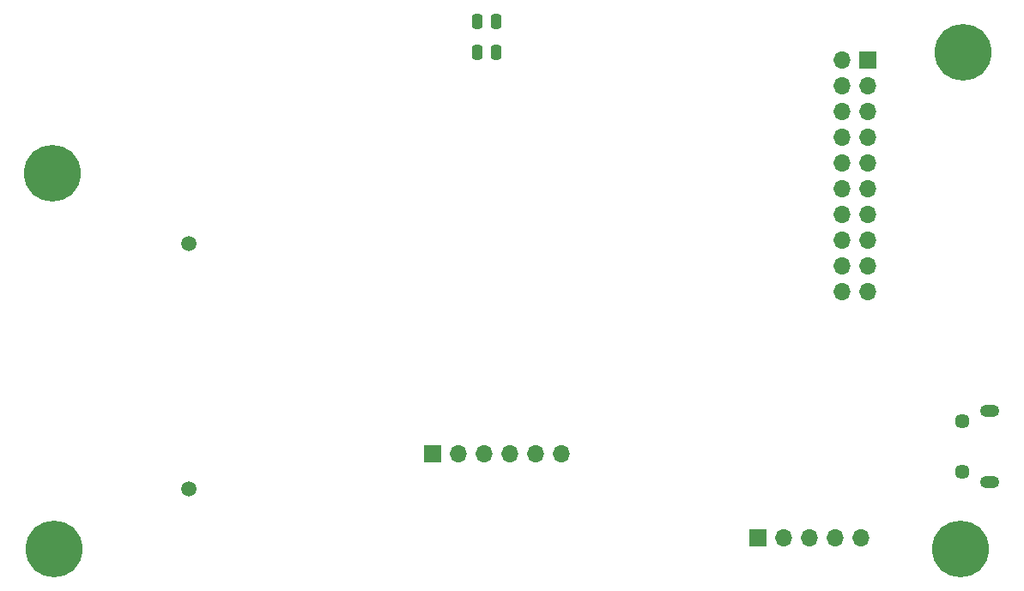
<source format=gbr>
%TF.GenerationSoftware,KiCad,Pcbnew,(6.0.2)*%
%TF.CreationDate,2022-03-10T00:26:05-05:00*%
%TF.ProjectId,tower,746f7765-722e-46b6-9963-61645f706362,rev?*%
%TF.SameCoordinates,Original*%
%TF.FileFunction,Soldermask,Bot*%
%TF.FilePolarity,Negative*%
%FSLAX46Y46*%
G04 Gerber Fmt 4.6, Leading zero omitted, Abs format (unit mm)*
G04 Created by KiCad (PCBNEW (6.0.2)) date 2022-03-10 00:26:05*
%MOMM*%
%LPD*%
G01*
G04 APERTURE LIST*
G04 Aperture macros list*
%AMRoundRect*
0 Rectangle with rounded corners*
0 $1 Rounding radius*
0 $2 $3 $4 $5 $6 $7 $8 $9 X,Y pos of 4 corners*
0 Add a 4 corners polygon primitive as box body*
4,1,4,$2,$3,$4,$5,$6,$7,$8,$9,$2,$3,0*
0 Add four circle primitives for the rounded corners*
1,1,$1+$1,$2,$3*
1,1,$1+$1,$4,$5*
1,1,$1+$1,$6,$7*
1,1,$1+$1,$8,$9*
0 Add four rect primitives between the rounded corners*
20,1,$1+$1,$2,$3,$4,$5,0*
20,1,$1+$1,$4,$5,$6,$7,0*
20,1,$1+$1,$6,$7,$8,$9,0*
20,1,$1+$1,$8,$9,$2,$3,0*%
G04 Aperture macros list end*
%ADD10O,1.900000X1.200000*%
%ADD11C,1.450000*%
%ADD12R,1.700000X1.700000*%
%ADD13O,1.700000X1.700000*%
%ADD14C,1.500000*%
%ADD15C,5.600000*%
%ADD16RoundRect,0.250000X-0.250000X-0.475000X0.250000X-0.475000X0.250000X0.475000X-0.250000X0.475000X0*%
G04 APERTURE END LIST*
D10*
%TO.C,J1*%
X199997500Y-96920000D03*
X199997500Y-103920000D03*
D11*
X197297500Y-97920000D03*
X197297500Y-102920000D03*
%TD*%
D12*
%TO.C,J2*%
X145015000Y-101165000D03*
D13*
X147555000Y-101165000D03*
X150095000Y-101165000D03*
X152635000Y-101165000D03*
X155175000Y-101165000D03*
X157715000Y-101165000D03*
%TD*%
D12*
%TO.C,J3*%
X177130000Y-109435000D03*
D13*
X179670000Y-109435000D03*
X182210000Y-109435000D03*
X184750000Y-109435000D03*
X187290000Y-109435000D03*
%TD*%
D12*
%TO.C,J5*%
X187960000Y-62230000D03*
D13*
X185420000Y-62230000D03*
X187960000Y-64770000D03*
X185420000Y-64770000D03*
X187960000Y-67310000D03*
X185420000Y-67310000D03*
X187960000Y-69850000D03*
X185420000Y-69850000D03*
X187960000Y-72390000D03*
X185420000Y-72390000D03*
X187960000Y-74930000D03*
X185420000Y-74930000D03*
X187960000Y-77470000D03*
X185420000Y-77470000D03*
X187960000Y-80010000D03*
X185420000Y-80010000D03*
X187960000Y-82550000D03*
X185420000Y-82550000D03*
X187960000Y-85090000D03*
X185420000Y-85090000D03*
%TD*%
D14*
%TO.C,J4*%
X120980000Y-104630000D03*
X120980000Y-80430000D03*
%TD*%
D15*
%TO.C,REF\u002A\u002A*%
X107696000Y-110490000D03*
%TD*%
%TO.C,REF\u002A\u002A*%
X197340000Y-61480000D03*
%TD*%
%TO.C,REF\u002A\u002A*%
X197104000Y-110490000D03*
%TD*%
%TO.C,REF\u002A\u002A*%
X107560000Y-73440000D03*
%TD*%
D16*
%TO.C,C4*%
X149418000Y-58420000D03*
X151318000Y-58420000D03*
%TD*%
%TO.C,C5*%
X149418000Y-61468000D03*
X151318000Y-61468000D03*
%TD*%
M02*

</source>
